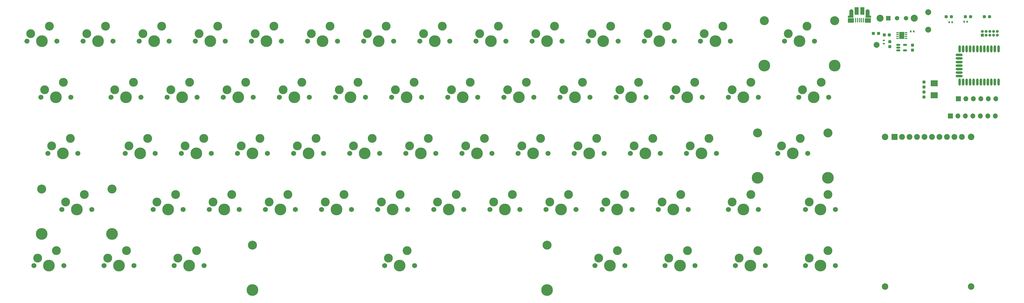
<source format=gbr>
%TF.GenerationSoftware,KiCad,Pcbnew,7.0.7*%
%TF.CreationDate,2023-10-31T18:53:21-05:00*%
%TF.ProjectId,KeyboardPCB,4b657962-6f61-4726-9450-43422e6b6963,rev?*%
%TF.SameCoordinates,Original*%
%TF.FileFunction,Soldermask,Top*%
%TF.FilePolarity,Negative*%
%FSLAX46Y46*%
G04 Gerber Fmt 4.6, Leading zero omitted, Abs format (unit mm)*
G04 Created by KiCad (PCBNEW 7.0.7) date 2023-10-31 18:53:21*
%MOMM*%
%LPD*%
G01*
G04 APERTURE LIST*
G04 Aperture macros list*
%AMRoundRect*
0 Rectangle with rounded corners*
0 $1 Rounding radius*
0 $2 $3 $4 $5 $6 $7 $8 $9 X,Y pos of 4 corners*
0 Add a 4 corners polygon primitive as box body*
4,1,4,$2,$3,$4,$5,$6,$7,$8,$9,$2,$3,0*
0 Add four circle primitives for the rounded corners*
1,1,$1+$1,$2,$3*
1,1,$1+$1,$4,$5*
1,1,$1+$1,$6,$7*
1,1,$1+$1,$8,$9*
0 Add four rect primitives between the rounded corners*
20,1,$1+$1,$2,$3,$4,$5,0*
20,1,$1+$1,$4,$5,$6,$7,0*
20,1,$1+$1,$6,$7,$8,$9,0*
20,1,$1+$1,$8,$9,$2,$3,0*%
G04 Aperture macros list end*
%ADD10C,2.200000*%
%ADD11RoundRect,0.102000X-0.889000X0.889000X-0.889000X-0.889000X0.889000X-0.889000X0.889000X0.889000X0*%
%ADD12C,1.982000*%
%ADD13C,1.701800*%
%ADD14C,3.000000*%
%ADD15C,3.987800*%
%ADD16RoundRect,0.237500X-0.287500X-0.237500X0.287500X-0.237500X0.287500X0.237500X-0.287500X0.237500X0*%
%ADD17RoundRect,0.150000X-0.512500X-0.150000X0.512500X-0.150000X0.512500X0.150000X-0.512500X0.150000X0*%
%ADD18RoundRect,0.237500X0.300000X0.237500X-0.300000X0.237500X-0.300000X-0.237500X0.300000X-0.237500X0*%
%ADD19R,2.400000X2.000000*%
%ADD20RoundRect,0.237500X0.237500X-0.300000X0.237500X0.300000X-0.237500X0.300000X-0.237500X-0.300000X0*%
%ADD21O,0.800000X2.400000*%
%ADD22O,2.400000X0.800000*%
%ADD23C,3.048000*%
%ADD24R,1.700000X1.700000*%
%ADD25O,1.700000X1.700000*%
%ADD26RoundRect,0.135000X-0.135000X-0.185000X0.135000X-0.185000X0.135000X0.185000X-0.135000X0.185000X0*%
%ADD27R,0.850000X0.350000*%
%ADD28R,1.700000X2.450000*%
%ADD29R,1.000000X1.000000*%
%ADD30O,1.000000X1.000000*%
%ADD31RoundRect,0.135000X-0.185000X0.135000X-0.185000X-0.135000X0.185000X-0.135000X0.185000X0.135000X0*%
%ADD32R,1.515000X1.515000*%
%ADD33C,1.515000*%
%ADD34C,2.385000*%
%ADD35C,2.000000*%
%ADD36R,0.400000X1.650000*%
%ADD37R,1.825000X0.700000*%
%ADD38R,2.000000X1.500000*%
%ADD39R,1.350000X2.000000*%
%ADD40O,1.350000X1.700000*%
%ADD41O,1.100000X1.500000*%
%ADD42R,1.430000X2.500000*%
%ADD43RoundRect,0.237500X-0.237500X0.300000X-0.237500X-0.300000X0.237500X-0.300000X0.237500X0.300000X0*%
G04 APERTURE END LIST*
D10*
%TO.C,U3*%
X685000000Y-216900000D03*
X655790000Y-216900000D03*
X685000000Y-267700000D03*
X655790000Y-267700000D03*
D11*
X658965000Y-216900000D03*
D12*
X661505000Y-216900000D03*
X664045000Y-216900000D03*
X666585000Y-216900000D03*
X669125000Y-216900000D03*
X671665000Y-216900000D03*
X674205000Y-216900000D03*
X676745000Y-216900000D03*
X679285000Y-216900000D03*
X681825000Y-216900000D03*
%TD*%
D13*
%TO.C,K39*%
X569305500Y-222504000D03*
D14*
X570575500Y-219964000D03*
D15*
X574385500Y-222504000D03*
D14*
X576925500Y-217424000D03*
D13*
X579465500Y-222504000D03*
%TD*%
D16*
%TO.C,D9*%
X689523000Y-176079000D03*
X691273000Y-176079000D03*
%TD*%
D13*
%TO.C,K4*%
X421668000Y-184404000D03*
D14*
X422938000Y-181864000D03*
D15*
X426748000Y-184404000D03*
D14*
X429288000Y-179324000D03*
D13*
X431828000Y-184404000D03*
%TD*%
%TO.C,K38*%
X550255500Y-222504000D03*
D14*
X551525500Y-219964000D03*
D15*
X555335500Y-222504000D03*
D14*
X557875500Y-217424000D03*
D13*
X560415500Y-222504000D03*
%TD*%
D17*
%TO.C,U2*%
X660262500Y-185650000D03*
X660262500Y-186600000D03*
X660262500Y-187550000D03*
X662537500Y-187550000D03*
X662537500Y-185650000D03*
%TD*%
D18*
%TO.C,C17*%
X657262500Y-182300000D03*
X655537500Y-182300000D03*
%TD*%
D13*
%TO.C,K32*%
X435955500Y-222504000D03*
D14*
X437225500Y-219964000D03*
D15*
X441035500Y-222504000D03*
D14*
X443575500Y-217424000D03*
D13*
X446115500Y-222504000D03*
%TD*%
%TO.C,K56*%
X390714260Y-260604000D03*
D14*
X391984260Y-258064000D03*
D15*
X395794260Y-260604000D03*
D14*
X398334260Y-255524000D03*
D13*
X400874260Y-260604000D03*
%TD*%
D19*
%TO.C,X2*%
X672500000Y-198737500D03*
X672500000Y-202737500D03*
%TD*%
D13*
%TO.C,K50*%
X540730500Y-241554000D03*
D14*
X542000500Y-239014000D03*
D15*
X545810500Y-241554000D03*
D14*
X548350500Y-236474000D03*
D13*
X550890500Y-241554000D03*
%TD*%
%TO.C,K46*%
X464530500Y-241554000D03*
D14*
X465800500Y-239014000D03*
D15*
X469610500Y-241554000D03*
D14*
X472150500Y-236474000D03*
D13*
X474690500Y-241554000D03*
%TD*%
D20*
%TO.C,C8*%
X669000000Y-200000000D03*
X669000000Y-198275000D03*
%TD*%
D13*
%TO.C,K17*%
X412143000Y-203454000D03*
D14*
X413413000Y-200914000D03*
D15*
X417223000Y-203454000D03*
D14*
X419763000Y-198374000D03*
D13*
X422303000Y-203454000D03*
%TD*%
D21*
%TO.C,IC2*%
X694273000Y-187029000D03*
X693073000Y-187029000D03*
X691873000Y-187029000D03*
X690673000Y-187029000D03*
X689473000Y-187029000D03*
X688273000Y-187029000D03*
X687073000Y-187029000D03*
X685873000Y-187029000D03*
X684673000Y-187029000D03*
X683473000Y-187029000D03*
X682273000Y-187029000D03*
X681073000Y-187029000D03*
D22*
X680973000Y-189079000D03*
X680973000Y-190279000D03*
X680973000Y-191479000D03*
X680973000Y-192679000D03*
X680973000Y-193879000D03*
X680973000Y-195079000D03*
X680973000Y-196279000D03*
D21*
X681073000Y-198329000D03*
X682273000Y-198329000D03*
X683473000Y-198329000D03*
X684673000Y-198329000D03*
X685873000Y-198329000D03*
X687073000Y-198329000D03*
X688273000Y-198329000D03*
X689473000Y-198329000D03*
X690673000Y-198329000D03*
X691873000Y-198329000D03*
X693073000Y-198329000D03*
X694273000Y-198329000D03*
%TD*%
D23*
%TO.C,K14*%
X614835000Y-177419000D03*
D15*
X614835000Y-192659000D03*
D13*
X621693000Y-184404000D03*
D14*
X622963000Y-181864000D03*
D15*
X626773000Y-184404000D03*
D14*
X629313000Y-179324000D03*
D13*
X631853000Y-184404000D03*
D23*
X638711000Y-177419000D03*
D15*
X638711000Y-192659000D03*
%TD*%
D13*
%TO.C,K2*%
X383568000Y-184404000D03*
D14*
X384838000Y-181864000D03*
D15*
X388648000Y-184404000D03*
D14*
X391188000Y-179324000D03*
D13*
X393728000Y-184404000D03*
%TD*%
D18*
%TO.C,C19*%
X653562500Y-181800000D03*
X651837500Y-181800000D03*
%TD*%
D13*
%TO.C,K48*%
X502630500Y-241554000D03*
D14*
X503900500Y-239014000D03*
D15*
X507710500Y-241554000D03*
D14*
X510250500Y-236474000D03*
D13*
X512790500Y-241554000D03*
%TD*%
D24*
%TO.C,J3*%
X680673000Y-203979000D03*
D25*
X683213000Y-203979000D03*
X685753000Y-203979000D03*
X688293000Y-203979000D03*
X690833000Y-203979000D03*
X693373000Y-203979000D03*
%TD*%
D13*
%TO.C,K23*%
X526443000Y-203454000D03*
D14*
X527713000Y-200914000D03*
D15*
X531523000Y-203454000D03*
D14*
X534063000Y-198374000D03*
D13*
X536603000Y-203454000D03*
%TD*%
%TO.C,K1*%
X364518000Y-184404000D03*
D14*
X365788000Y-181864000D03*
D15*
X369598000Y-184404000D03*
D14*
X372138000Y-179324000D03*
D13*
X374678000Y-184404000D03*
%TD*%
%TO.C,K31*%
X416905500Y-222504000D03*
D14*
X418175500Y-219964000D03*
D15*
X421985500Y-222504000D03*
D14*
X424525500Y-217424000D03*
D13*
X427065500Y-222504000D03*
%TD*%
%TO.C,K51*%
X559780500Y-241554000D03*
D14*
X561050500Y-239014000D03*
D15*
X564860500Y-241554000D03*
D14*
X567400500Y-236474000D03*
D13*
X569940500Y-241554000D03*
%TD*%
%TO.C,K54*%
X628778000Y-241554000D03*
D14*
X630048000Y-239014000D03*
D15*
X633858000Y-241554000D03*
D14*
X636398000Y-236474000D03*
D13*
X638938000Y-241554000D03*
%TD*%
D20*
%TO.C,C16*%
X665100000Y-187462500D03*
X665100000Y-185737500D03*
%TD*%
D13*
%TO.C,K61*%
X604965500Y-260604000D03*
D14*
X606235500Y-258064000D03*
D15*
X610045500Y-260604000D03*
D14*
X612585500Y-255524000D03*
D13*
X615125500Y-260604000D03*
%TD*%
%TO.C,K29*%
X371663020Y-222504000D03*
D14*
X372933020Y-219964000D03*
D15*
X376743020Y-222504000D03*
D14*
X379283020Y-217424000D03*
D13*
X381823020Y-222504000D03*
%TD*%
%TO.C,K33*%
X455005500Y-222504000D03*
D14*
X456275500Y-219964000D03*
D15*
X460085500Y-222504000D03*
D14*
X462625500Y-217424000D03*
D13*
X465165500Y-222504000D03*
%TD*%
%TO.C,K8*%
X497868000Y-184404000D03*
D14*
X499138000Y-181864000D03*
D15*
X502948000Y-184404000D03*
D14*
X505488000Y-179324000D03*
D13*
X508028000Y-184404000D03*
%TD*%
%TO.C,K44*%
X426430500Y-241554000D03*
D14*
X427700500Y-239014000D03*
D15*
X431510500Y-241554000D03*
D14*
X434050500Y-236474000D03*
D13*
X436590500Y-241554000D03*
%TD*%
%TO.C,K3*%
X402618000Y-184404000D03*
D14*
X403888000Y-181864000D03*
D15*
X407698000Y-184404000D03*
D14*
X410238000Y-179324000D03*
D13*
X412778000Y-184404000D03*
%TD*%
%TO.C,K5*%
X440718000Y-184404000D03*
D14*
X441988000Y-181864000D03*
D15*
X445798000Y-184404000D03*
D14*
X448338000Y-179324000D03*
D13*
X450878000Y-184404000D03*
%TD*%
%TO.C,K10*%
X535968000Y-184404000D03*
D14*
X537238000Y-181864000D03*
D15*
X541048000Y-184404000D03*
D14*
X543588000Y-179324000D03*
D13*
X546128000Y-184404000D03*
%TD*%
%TO.C,K28*%
X626455500Y-203454000D03*
D14*
X627725500Y-200914000D03*
D15*
X631535500Y-203454000D03*
D14*
X634075500Y-198374000D03*
D13*
X636615500Y-203454000D03*
%TD*%
%TO.C,K7*%
X478818000Y-184404000D03*
D14*
X480088000Y-181864000D03*
D15*
X483898000Y-184404000D03*
D14*
X486438000Y-179324000D03*
D13*
X488978000Y-184404000D03*
%TD*%
%TO.C,K59*%
X557340500Y-260604000D03*
D14*
X558610500Y-258064000D03*
D15*
X562420500Y-260604000D03*
D14*
X564960500Y-255524000D03*
D13*
X567500500Y-260604000D03*
%TD*%
%TO.C,K11*%
X555018000Y-184404000D03*
D14*
X556288000Y-181864000D03*
D15*
X560098000Y-184404000D03*
D14*
X562638000Y-179324000D03*
D13*
X565178000Y-184404000D03*
%TD*%
D26*
%TO.C,R7*%
X664480000Y-181100000D03*
X665500000Y-181100000D03*
%TD*%
D13*
%TO.C,K18*%
X431193000Y-203454000D03*
D14*
X432463000Y-200914000D03*
D15*
X436273000Y-203454000D03*
D14*
X438813000Y-198374000D03*
D13*
X441353000Y-203454000D03*
%TD*%
D26*
%TO.C,R10*%
X682590000Y-177800000D03*
X683610000Y-177800000D03*
%TD*%
%TO.C,R6*%
X677580000Y-178000000D03*
X678600000Y-178000000D03*
%TD*%
D13*
%TO.C,K40*%
X588355500Y-222504000D03*
D14*
X589625500Y-219964000D03*
D15*
X593435500Y-222504000D03*
D14*
X595975500Y-217424000D03*
D13*
X598515500Y-222504000D03*
%TD*%
%TO.C,K16*%
X393093000Y-203454000D03*
D14*
X394363000Y-200914000D03*
D15*
X398173000Y-203454000D03*
D14*
X400713000Y-198374000D03*
D13*
X403253000Y-203454000D03*
%TD*%
%TO.C,K6*%
X459768000Y-184404000D03*
D14*
X461038000Y-181864000D03*
D15*
X464848000Y-184404000D03*
D14*
X467388000Y-179324000D03*
D13*
X469928000Y-184404000D03*
%TD*%
%TO.C,K37*%
X531205500Y-222504000D03*
D14*
X532475500Y-219964000D03*
D15*
X536285500Y-222504000D03*
D14*
X538825500Y-217424000D03*
D13*
X541365500Y-222504000D03*
%TD*%
D27*
%TO.C,IC1*%
X662900000Y-183450000D03*
X662900000Y-182800000D03*
X662900000Y-182150000D03*
X662900000Y-181500000D03*
X660000000Y-181500000D03*
X660000000Y-182150000D03*
X660000000Y-182800000D03*
X660000000Y-183450000D03*
D28*
X661450000Y-182475000D03*
%TD*%
D13*
%TO.C,K35*%
X493105500Y-222504000D03*
D14*
X494375500Y-219964000D03*
D15*
X498185500Y-222504000D03*
D14*
X500725500Y-217424000D03*
D13*
X503265500Y-222504000D03*
%TD*%
%TO.C,K21*%
X488343000Y-203454000D03*
D14*
X489613000Y-200914000D03*
D15*
X493423000Y-203454000D03*
D14*
X495963000Y-198374000D03*
D13*
X498503000Y-203454000D03*
%TD*%
%TO.C,K13*%
X593118000Y-184404000D03*
D14*
X594388000Y-181864000D03*
D15*
X598198000Y-184404000D03*
D14*
X600738000Y-179324000D03*
D13*
X603278000Y-184404000D03*
%TD*%
%TO.C,K53*%
X602643000Y-241554000D03*
D14*
X603913000Y-239014000D03*
D15*
X607723000Y-241554000D03*
D14*
X610263000Y-236474000D03*
D13*
X612803000Y-241554000D03*
%TD*%
D23*
%TO.C,K58*%
X441035500Y-253619000D03*
D15*
X441035500Y-268859000D03*
D13*
X485955500Y-260604000D03*
D14*
X487225500Y-258064000D03*
D15*
X491035500Y-260604000D03*
D14*
X493575500Y-255524000D03*
D13*
X496115500Y-260604000D03*
D23*
X541035500Y-253619000D03*
D15*
X541035500Y-268859000D03*
%TD*%
D13*
%TO.C,K19*%
X450243000Y-203454000D03*
D14*
X451513000Y-200914000D03*
D15*
X455323000Y-203454000D03*
D14*
X457863000Y-198374000D03*
D13*
X460403000Y-203454000D03*
%TD*%
%TO.C,K47*%
X483580500Y-241554000D03*
D14*
X484850500Y-239014000D03*
D15*
X488660500Y-241554000D03*
D14*
X491200500Y-236474000D03*
D13*
X493740500Y-241554000D03*
%TD*%
D29*
%TO.C,J4*%
X688793000Y-182349000D03*
D30*
X688793000Y-181079000D03*
X690063000Y-182349000D03*
X690063000Y-181079000D03*
X691333000Y-182349000D03*
X691333000Y-181079000D03*
X692603000Y-182349000D03*
X692603000Y-181079000D03*
X693873000Y-182349000D03*
X693873000Y-181079000D03*
%TD*%
D13*
%TO.C,K36*%
X512155500Y-222504000D03*
D14*
X513425500Y-219964000D03*
D15*
X517235500Y-222504000D03*
D14*
X519775500Y-217424000D03*
D13*
X522315500Y-222504000D03*
%TD*%
%TO.C,K30*%
X397855500Y-222504000D03*
D14*
X399125500Y-219964000D03*
D15*
X402935500Y-222504000D03*
D14*
X405475500Y-217424000D03*
D13*
X408015500Y-222504000D03*
%TD*%
%TO.C,K15*%
X369280500Y-203454000D03*
D14*
X370550500Y-200914000D03*
D15*
X374360500Y-203454000D03*
D14*
X376900500Y-198374000D03*
D13*
X379440500Y-203454000D03*
%TD*%
D23*
%TO.C,K41*%
X612485500Y-215519000D03*
D15*
X612485500Y-230759000D03*
D13*
X619343500Y-222504000D03*
D14*
X620613500Y-219964000D03*
D15*
X624423500Y-222504000D03*
D14*
X626963500Y-217424000D03*
D13*
X629503500Y-222504000D03*
D23*
X636361500Y-215519000D03*
D15*
X636361500Y-230759000D03*
%TD*%
D24*
%TO.C,J2*%
X678000000Y-209800000D03*
D25*
X680540000Y-209800000D03*
X683080000Y-209800000D03*
X685620000Y-209800000D03*
X688160000Y-209800000D03*
X690700000Y-209800000D03*
X693240000Y-209800000D03*
%TD*%
D16*
%TO.C,D20*%
X683058000Y-176079000D03*
X684808000Y-176079000D03*
%TD*%
D13*
%TO.C,K45*%
X445480500Y-241554000D03*
D14*
X446750500Y-239014000D03*
D15*
X450560500Y-241554000D03*
D14*
X453100500Y-236474000D03*
D13*
X455640500Y-241554000D03*
%TD*%
%TO.C,K22*%
X507393000Y-203454000D03*
D14*
X508663000Y-200914000D03*
D15*
X512473000Y-203454000D03*
D14*
X515013000Y-198374000D03*
D13*
X517553000Y-203454000D03*
%TD*%
%TO.C,K20*%
X469293000Y-203454000D03*
D14*
X470563000Y-200914000D03*
D15*
X474373000Y-203454000D03*
D14*
X476913000Y-198374000D03*
D13*
X479453000Y-203454000D03*
%TD*%
D31*
%TO.C,R2*%
X655400000Y-184190000D03*
X655400000Y-185210000D03*
%TD*%
D23*
%TO.C,K42*%
X369567520Y-234569000D03*
D15*
X369567520Y-249809000D03*
D13*
X376425520Y-241554000D03*
D14*
X377695520Y-239014000D03*
D15*
X381505520Y-241554000D03*
D14*
X384045520Y-236474000D03*
D13*
X386585520Y-241554000D03*
D23*
X393443520Y-234569000D03*
D15*
X393443520Y-249809000D03*
%TD*%
D13*
%TO.C,K62*%
X628778000Y-260604000D03*
D14*
X630048000Y-258064000D03*
D15*
X633858000Y-260604000D03*
D14*
X636398000Y-255524000D03*
D13*
X638938000Y-260604000D03*
%TD*%
D16*
%TO.C,D71*%
X676525000Y-176100000D03*
X678275000Y-176100000D03*
%TD*%
D13*
%TO.C,K49*%
X521680500Y-241554000D03*
D14*
X522950500Y-239014000D03*
D15*
X526760500Y-241554000D03*
D14*
X529300500Y-236474000D03*
D13*
X531840500Y-241554000D03*
%TD*%
%TO.C,K43*%
X407380500Y-241554000D03*
D14*
X408650500Y-239014000D03*
D15*
X412460500Y-241554000D03*
D14*
X415000500Y-236474000D03*
D13*
X417540500Y-241554000D03*
%TD*%
%TO.C,K52*%
X578830500Y-241554000D03*
D14*
X580100500Y-239014000D03*
D15*
X583910500Y-241554000D03*
D14*
X586450500Y-236474000D03*
D13*
X588990500Y-241554000D03*
%TD*%
%TO.C,K25*%
X564543000Y-203454000D03*
D14*
X565813000Y-200914000D03*
D15*
X569623000Y-203454000D03*
D14*
X572163000Y-198374000D03*
D13*
X574703000Y-203454000D03*
%TD*%
D32*
%TO.C,SW2*%
X656873000Y-176579000D03*
D33*
X659873000Y-176579000D03*
X662873000Y-176579000D03*
D34*
X654073000Y-176579000D03*
X665673000Y-176579000D03*
%TD*%
D13*
%TO.C,K57*%
X414528000Y-260604000D03*
D14*
X415798000Y-258064000D03*
D15*
X419608000Y-260604000D03*
D14*
X422148000Y-255524000D03*
D13*
X424688000Y-260604000D03*
%TD*%
D35*
%TO.C,REF\u002A\u002A*%
X652900000Y-185700000D03*
%TD*%
D36*
%TO.C,J1*%
X648425000Y-177279000D03*
X647775000Y-177279000D03*
X647125000Y-177279000D03*
X646475000Y-177279000D03*
X645825000Y-177279000D03*
D37*
X650075000Y-176079000D03*
D38*
X649975000Y-177379000D03*
D39*
X649855000Y-175329000D03*
D40*
X649855000Y-174399000D03*
D41*
X649545000Y-177399000D03*
D42*
X648085000Y-174129000D03*
X646165000Y-174129000D03*
D41*
X644705000Y-177399000D03*
D40*
X644395000Y-174399000D03*
D39*
X644375000Y-175329000D03*
D38*
X644225000Y-177399000D03*
D37*
X644125000Y-176079000D03*
%TD*%
D13*
%TO.C,K26*%
X583593000Y-203454000D03*
D14*
X584863000Y-200914000D03*
D15*
X588673000Y-203454000D03*
D14*
X591213000Y-198374000D03*
D13*
X593753000Y-203454000D03*
%TD*%
D20*
%TO.C,C15*%
X657400000Y-186262500D03*
X657400000Y-184537500D03*
%TD*%
D43*
%TO.C,C9*%
X669000000Y-201675000D03*
X669000000Y-203400000D03*
%TD*%
D13*
%TO.C,K34*%
X474055500Y-222504000D03*
D14*
X475325500Y-219964000D03*
D15*
X479135500Y-222504000D03*
D14*
X481675500Y-217424000D03*
D13*
X484215500Y-222504000D03*
%TD*%
%TO.C,K27*%
X602643000Y-203454000D03*
D14*
X603913000Y-200914000D03*
D15*
X607723000Y-203454000D03*
D14*
X610263000Y-198374000D03*
D13*
X612803000Y-203454000D03*
%TD*%
%TO.C,K24*%
X545493000Y-203454000D03*
D14*
X546763000Y-200914000D03*
D15*
X550573000Y-203454000D03*
D14*
X553113000Y-198374000D03*
D13*
X555653000Y-203454000D03*
%TD*%
%TO.C,K55*%
X366900520Y-260604000D03*
D14*
X368170520Y-258064000D03*
D15*
X371980520Y-260604000D03*
D14*
X374520520Y-255524000D03*
D13*
X377060520Y-260604000D03*
%TD*%
%TO.C,K60*%
X581153000Y-260604000D03*
D14*
X582423000Y-258064000D03*
D15*
X586233000Y-260604000D03*
D14*
X588773000Y-255524000D03*
D13*
X591313000Y-260604000D03*
%TD*%
%TO.C,K12*%
X574068000Y-184404000D03*
D14*
X575338000Y-181864000D03*
D15*
X579148000Y-184404000D03*
D14*
X581688000Y-179324000D03*
D13*
X584228000Y-184404000D03*
%TD*%
%TO.C,K9*%
X516918000Y-184404000D03*
D14*
X518188000Y-181864000D03*
D15*
X521998000Y-184404000D03*
D14*
X524538000Y-179324000D03*
D13*
X527078000Y-184404000D03*
%TD*%
D35*
%TO.C,J5*%
X670473000Y-174600000D03*
%TD*%
%TO.C,J6*%
X670473000Y-180500000D03*
%TD*%
M02*

</source>
